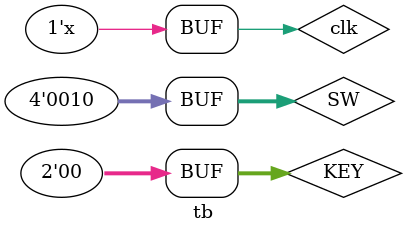
<source format=v>
module tb;

reg clk = 0;
reg [1:0] KEY = 0;
reg [3:0] SW = 0;
wire [7:0] LED;

always #5 clk <= ~clk;

de0_nano_soc_baseline uart(clk, SW, KEY, LED);

initial 
begin
	#10 SW = 5;
	#10 KEY = 1;
	#10 KEY = 0;
	
	#10 SW = 2;
	#10 KEY = 1;
	#10 KEY = 0;	
	
	#10 KEY = 2;
	#10 KEY = 0;
	
	#1000 KEY = 1;
	#10 KEY = 0;
end


endmodule
</source>
